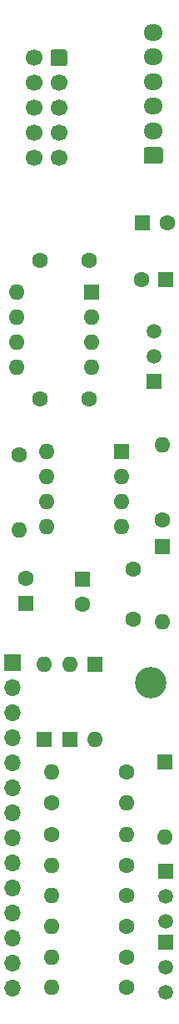
<source format=gbr>
%TF.GenerationSoftware,KiCad,Pcbnew,5.1.9+dfsg1-1~bpo10+1*%
%TF.CreationDate,2022-02-02T01:18:29+08:00*%
%TF.ProjectId,MiniADSR 1.0.1 - Main,4d696e69-4144-4535-9220-312e302e3120,rev?*%
%TF.SameCoordinates,Original*%
%TF.FileFunction,Soldermask,Bot*%
%TF.FilePolarity,Negative*%
%FSLAX46Y46*%
G04 Gerber Fmt 4.6, Leading zero omitted, Abs format (unit mm)*
G04 Created by KiCad (PCBNEW 5.1.9+dfsg1-1~bpo10+1) date 2022-02-02 01:18:29*
%MOMM*%
%LPD*%
G01*
G04 APERTURE LIST*
%ADD10C,1.600000*%
%ADD11O,1.600000X1.600000*%
%ADD12R,1.600000X1.600000*%
%ADD13R,1.700000X1.700000*%
%ADD14O,1.700000X1.700000*%
%ADD15C,3.200000*%
%ADD16O,1.950000X1.700000*%
%ADD17C,1.700000*%
%ADD18C,1.500000*%
%ADD19R,1.500000X1.500000*%
G04 APERTURE END LIST*
D10*
%TO.C,R7*%
X148600000Y-141000000D03*
D11*
X140980000Y-141000000D03*
%TD*%
D10*
%TO.C,C1*%
X149300000Y-111000000D03*
X149300000Y-116000000D03*
%TD*%
D11*
%TO.C,D1*%
X152500000Y-138120000D03*
D12*
X152500000Y-130500000D03*
%TD*%
D10*
%TO.C,R5*%
X152250000Y-106000000D03*
D11*
X152250000Y-98380000D03*
%TD*%
D12*
%TO.C,D2*%
X152250000Y-108675000D03*
D11*
X152250000Y-116295000D03*
%TD*%
D12*
%TO.C,U1*%
X148100000Y-99000000D03*
D11*
X140480000Y-106620000D03*
X148100000Y-101540000D03*
X140480000Y-104080000D03*
X148100000Y-104080000D03*
X140480000Y-101540000D03*
X148100000Y-106620000D03*
X140480000Y-99000000D03*
%TD*%
D10*
%TO.C,C2*%
X144100000Y-114500000D03*
D12*
X144100000Y-112000000D03*
%TD*%
D13*
%TO.C,J6*%
X137000000Y-120470000D03*
D14*
X137000000Y-123010000D03*
X137000000Y-125550000D03*
X137000000Y-128090000D03*
X137000000Y-130630000D03*
X137000000Y-133170000D03*
X137000000Y-135710000D03*
X137000000Y-138250000D03*
X137000000Y-140790000D03*
X137000000Y-143330000D03*
X137000000Y-145870000D03*
X137000000Y-148410000D03*
X137000000Y-150950000D03*
X137000000Y-153490000D03*
%TD*%
D10*
%TO.C,R3*%
X148600000Y-150300000D03*
D11*
X140980000Y-150300000D03*
%TD*%
D10*
%TO.C,R1*%
X148600000Y-153400000D03*
D11*
X140980000Y-153400000D03*
%TD*%
%TO.C,R9*%
X148620000Y-137900000D03*
D10*
X141000000Y-137900000D03*
%TD*%
D15*
%TO.C,REF\u002A\u002A*%
X151000000Y-122500000D03*
%TD*%
D11*
%TO.C,R10*%
X137700000Y-107020000D03*
D10*
X137700000Y-99400000D03*
%TD*%
%TO.C,R8*%
X148600000Y-131500000D03*
D11*
X140980000Y-131500000D03*
%TD*%
%TO.C,R6*%
X148620000Y-134700000D03*
D10*
X141000000Y-134700000D03*
%TD*%
D11*
%TO.C,R4*%
X140980000Y-144100000D03*
D10*
X148600000Y-144100000D03*
%TD*%
D11*
%TO.C,R2*%
X140980000Y-147200000D03*
D10*
X148600000Y-147200000D03*
%TD*%
D12*
%TO.C,C3*%
X138300000Y-114400000D03*
D10*
X138300000Y-111900000D03*
%TD*%
%TO.C,C4*%
X152700000Y-75800000D03*
D12*
X150200000Y-75800000D03*
%TD*%
%TO.C,C5*%
X152600000Y-81600000D03*
D10*
X150100000Y-81600000D03*
%TD*%
%TO.C,C6*%
X144750000Y-79650000D03*
X139750000Y-79650000D03*
%TD*%
%TO.C,C7*%
X139800000Y-93700000D03*
X144800000Y-93700000D03*
%TD*%
D11*
%TO.C,D3*%
X142800000Y-120630000D03*
D12*
X142800000Y-128250000D03*
%TD*%
%TO.C,D4*%
X145400000Y-120650000D03*
D11*
X145400000Y-128270000D03*
%TD*%
D12*
%TO.C,D5*%
X140200000Y-128250000D03*
D11*
X140200000Y-120630000D03*
%TD*%
%TO.C,J3*%
G36*
G01*
X152025000Y-69850000D02*
X150575000Y-69850000D01*
G75*
G02*
X150325000Y-69600000I0J250000D01*
G01*
X150325000Y-68400000D01*
G75*
G02*
X150575000Y-68150000I250000J0D01*
G01*
X152025000Y-68150000D01*
G75*
G02*
X152275000Y-68400000I0J-250000D01*
G01*
X152275000Y-69600000D01*
G75*
G02*
X152025000Y-69850000I-250000J0D01*
G01*
G37*
D16*
X151300000Y-66500000D03*
X151300000Y-64000000D03*
X151300000Y-61500000D03*
X151300000Y-59000000D03*
X151300000Y-56500000D03*
%TD*%
%TO.C,J5*%
G36*
G01*
X142550000Y-58500000D02*
X142550000Y-59700000D01*
G75*
G02*
X142300000Y-59950000I-250000J0D01*
G01*
X141100000Y-59950000D01*
G75*
G02*
X140850000Y-59700000I0J250000D01*
G01*
X140850000Y-58500000D01*
G75*
G02*
X141100000Y-58250000I250000J0D01*
G01*
X142300000Y-58250000D01*
G75*
G02*
X142550000Y-58500000I0J-250000D01*
G01*
G37*
D17*
X141700000Y-61640000D03*
X141700000Y-64180000D03*
X141700000Y-66720000D03*
X141700000Y-69260000D03*
X139160000Y-59100000D03*
X139160000Y-61640000D03*
X139160000Y-64180000D03*
X139160000Y-66720000D03*
X139160000Y-69260000D03*
%TD*%
D11*
%TO.C,U2*%
X137380000Y-82850000D03*
X145000000Y-90470000D03*
X137380000Y-85390000D03*
X145000000Y-87930000D03*
X137380000Y-87930000D03*
X145000000Y-85390000D03*
X137380000Y-90470000D03*
D12*
X145000000Y-82850000D03*
%TD*%
D18*
%TO.C,Q1*%
X152600000Y-144140000D03*
X152600000Y-146680000D03*
D19*
X152600000Y-141600000D03*
%TD*%
%TO.C,Q2*%
X152600000Y-148800000D03*
D18*
X152600000Y-153880000D03*
X152600000Y-151340000D03*
%TD*%
%TO.C,Q3*%
X151350000Y-89410000D03*
X151350000Y-86870000D03*
D19*
X151350000Y-91950000D03*
%TD*%
M02*

</source>
